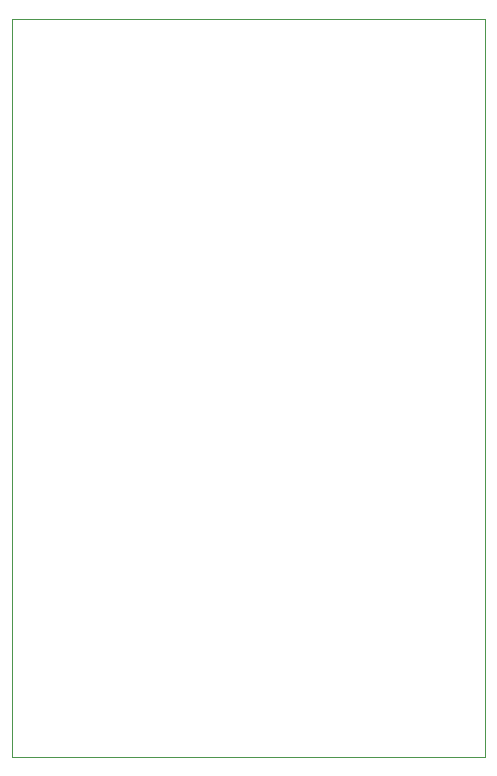
<source format=gbr>
%TF.GenerationSoftware,KiCad,Pcbnew,(6.0.8)*%
%TF.CreationDate,2022-11-21T10:59:59-06:00*%
%TF.ProjectId,Receiver,52656365-6976-4657-922e-6b696361645f,rev?*%
%TF.SameCoordinates,Original*%
%TF.FileFunction,Profile,NP*%
%FSLAX46Y46*%
G04 Gerber Fmt 4.6, Leading zero omitted, Abs format (unit mm)*
G04 Created by KiCad (PCBNEW (6.0.8)) date 2022-11-21 10:59:59*
%MOMM*%
%LPD*%
G01*
G04 APERTURE LIST*
%TA.AperFunction,Profile*%
%ADD10C,0.100000*%
%TD*%
G04 APERTURE END LIST*
D10*
X149000000Y-79000000D02*
X129000000Y-79000000D01*
X149000000Y-79000000D02*
X169000000Y-79000000D01*
X129000000Y-141500000D02*
X169000000Y-141500000D01*
X169000000Y-79000000D02*
X169000000Y-141500000D01*
X129000000Y-79000000D02*
X129000000Y-141500000D01*
M02*

</source>
